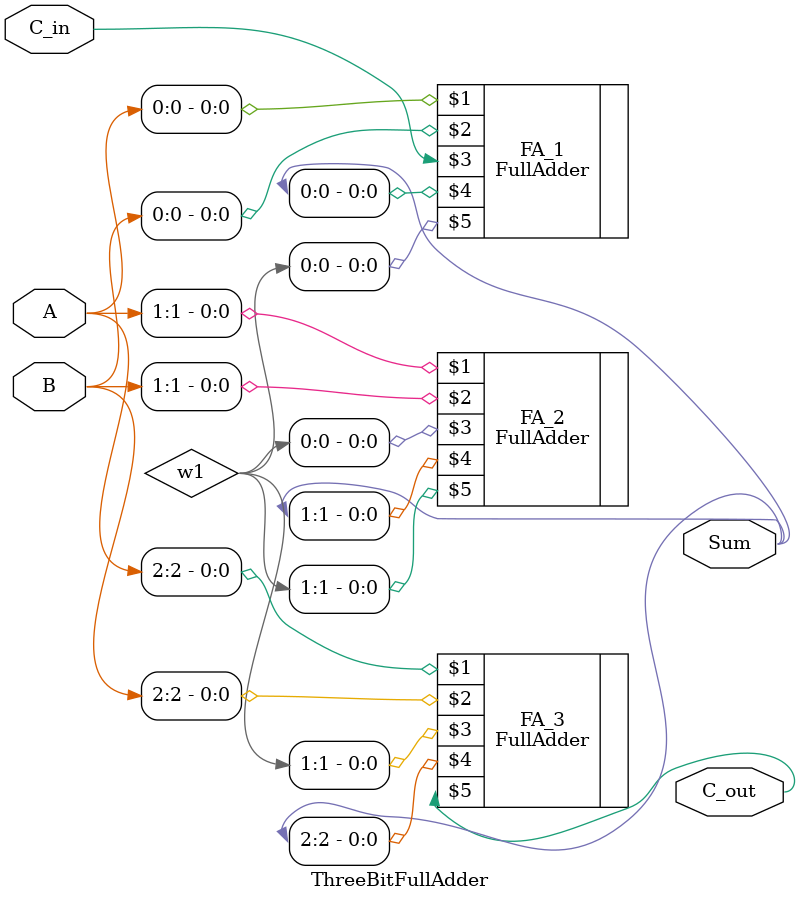
<source format=v>
module ThreeBitFullAdder(
	input [2:0] A,
	input [2:0] B,
	input C_in,
	output [2:0] Sum,
	output C_out
	
);

	wire [1:0]w1;

	FullAdder FA_1(
		A[0],
		B[0],
		C_in,
		Sum[0],
		w1[0]
	);
	
		FullAdder FA_2(
		A[1],
		B[1],
		w1[0],
		Sum[1],
		w1[1]
	);


		FullAdder FA_3(
		A[2],
		B[2],
		w1[1],
		Sum[2],
		C_out
	);


endmodule
</source>
